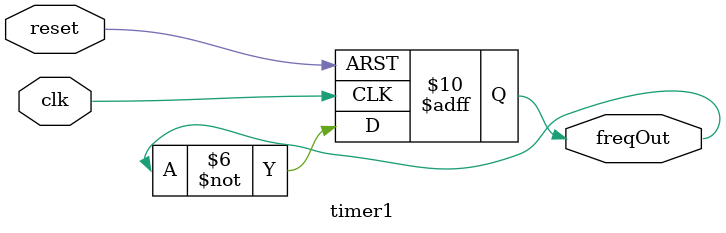
<source format=v>
`timescale 1ns / 1ps
module timer1 #(parameter maxTimeValue = 113600) (
input clk,
input reset,
output reg freqOut
    );

integer TimerValue;

always @(posedge clk or posedge reset)
begin
 if (reset)
   TimerValue <= 0;
 else if (TimerValue < maxTimeValue)
   begin
	TimerValue <= TimerValue + 1'b1;
	end
 else
 TimerValue <= 26'd0;
end

always @(posedge clk or posedge reset)
begin
 if (reset)
   freqOut <= 1'b0;
 
 else
 begin
 if (TimerValue == maxTimeValue);
 freqOut <= ~freqOut;
end 
end




endmodule

</source>
